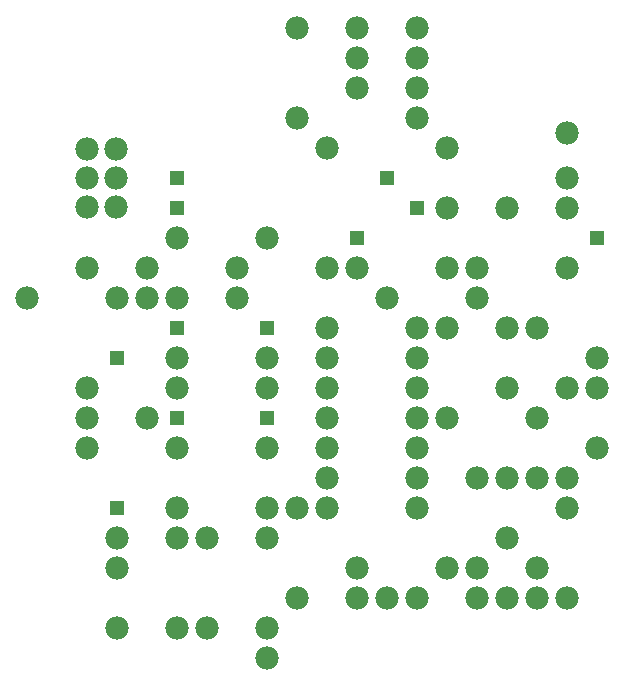
<source format=gts>
G75*
%MOIN*%
%OFA0B0*%
%FSLAX25Y25*%
%IPPOS*%
%LPD*%
%AMOC8*
5,1,8,0,0,1.08239X$1,22.5*
%
%ADD10C,0.07800*%
%ADD11R,0.04762X0.04762*%
D10*
X0054627Y0030337D03*
X0074627Y0030337D03*
X0084627Y0030337D03*
X0104627Y0030337D03*
X0104627Y0020337D03*
X0114627Y0040337D03*
X0134627Y0040337D03*
X0144627Y0040337D03*
X0154627Y0040337D03*
X0164627Y0050337D03*
X0174627Y0050337D03*
X0174627Y0040337D03*
X0184627Y0040337D03*
X0194627Y0040337D03*
X0194627Y0040337D03*
X0204627Y0040337D03*
X0194627Y0050337D03*
X0184627Y0060337D03*
X0184627Y0080337D03*
X0194627Y0080337D03*
X0204627Y0080337D03*
X0204627Y0070337D03*
X0214627Y0090337D03*
X0194627Y0100337D03*
X0204627Y0110337D03*
X0214627Y0110337D03*
X0214627Y0120337D03*
X0194627Y0130337D03*
X0184627Y0130337D03*
X0174627Y0140337D03*
X0174627Y0150337D03*
X0164627Y0150337D03*
X0164627Y0130337D03*
X0154627Y0130337D03*
X0154627Y0120337D03*
X0154627Y0110337D03*
X0154627Y0100337D03*
X0164627Y0100337D03*
X0154627Y0090337D03*
X0154627Y0080337D03*
X0154627Y0070337D03*
X0174627Y0080337D03*
X0184627Y0110337D03*
X0144627Y0140337D03*
X0134627Y0150337D03*
X0124627Y0150337D03*
X0124627Y0130337D03*
X0124627Y0120337D03*
X0124627Y0110337D03*
X0124627Y0100337D03*
X0124627Y0090337D03*
X0124627Y0080337D03*
X0124627Y0070337D03*
X0114627Y0070337D03*
X0104627Y0070337D03*
X0104627Y0060337D03*
X0084627Y0060337D03*
X0074627Y0060337D03*
X0074627Y0070337D03*
X0074627Y0090337D03*
X0064627Y0100337D03*
X0074627Y0110337D03*
X0074627Y0120337D03*
X0074627Y0140337D03*
X0064627Y0140337D03*
X0064627Y0150337D03*
X0074627Y0160337D03*
X0094627Y0150337D03*
X0094627Y0140337D03*
X0104627Y0120337D03*
X0104627Y0110337D03*
X0104627Y0090337D03*
X0134627Y0050337D03*
X0054627Y0050337D03*
X0054627Y0060337D03*
X0044627Y0090337D03*
X0044627Y0100337D03*
X0044627Y0110337D03*
X0054627Y0140337D03*
X0044627Y0150337D03*
X0024627Y0140337D03*
X0044627Y0170652D03*
X0054312Y0170652D03*
X0054312Y0180337D03*
X0054312Y0190022D03*
X0044627Y0190022D03*
X0044627Y0180337D03*
X0104627Y0160337D03*
X0124627Y0190337D03*
X0114627Y0200337D03*
X0134627Y0210337D03*
X0134627Y0220337D03*
X0134627Y0230337D03*
X0114627Y0230337D03*
X0154627Y0230337D03*
X0154627Y0220337D03*
X0154627Y0210337D03*
X0154627Y0200337D03*
X0164627Y0190337D03*
X0164627Y0170337D03*
X0184627Y0170337D03*
X0204627Y0170337D03*
X0204627Y0180337D03*
X0204627Y0195337D03*
X0204627Y0150337D03*
D11*
X0214627Y0160337D03*
X0154627Y0170337D03*
X0144627Y0180337D03*
X0124627Y0190337D03*
X0124627Y0190337D03*
X0124627Y0190337D03*
X0134627Y0160337D03*
X0104627Y0130337D03*
X0074627Y0130337D03*
X0054627Y0120337D03*
X0074627Y0100337D03*
X0104627Y0100337D03*
X0054627Y0070337D03*
X0074627Y0170337D03*
X0074627Y0180337D03*
M02*

</source>
